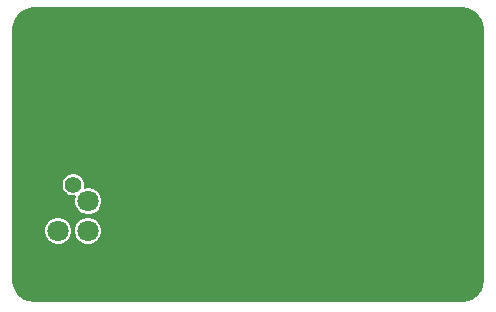
<source format=gbl>
G04*
G04 #@! TF.GenerationSoftware,Altium Limited,Altium Designer,24.1.2 (44)*
G04*
G04 Layer_Physical_Order=2*
G04 Layer_Color=16711680*
%FSLAX44Y44*%
%MOMM*%
G71*
G04*
G04 #@! TF.SameCoordinates,92EDBDDB-073E-4DD7-8E9B-4F7EAADC4A97*
G04*
G04*
G04 #@! TF.FilePolarity,Positive*
G04*
G01*
G75*
%ADD24C,1.4000*%
%ADD25C,1.8000*%
%ADD26R,1.6000X1.6000*%
%ADD27C,7.0000*%
%ADD28C,0.7000*%
G04:AMPARAMS|DCode=29|XSize=5mm|YSize=5mm|CornerRadius=1.25mm|HoleSize=0mm|Usage=FLASHONLY|Rotation=180.000|XOffset=0mm|YOffset=0mm|HoleType=Round|Shape=RoundedRectangle|*
%AMROUNDEDRECTD29*
21,1,5.0000,2.5000,0,0,180.0*
21,1,2.5000,5.0000,0,0,180.0*
1,1,2.5000,-1.2500,1.2500*
1,1,2.5000,1.2500,1.2500*
1,1,2.5000,1.2500,-1.2500*
1,1,2.5000,-1.2500,-1.2500*
%
%ADD29ROUNDEDRECTD29*%
G36*
X380000Y250000D02*
X381970Y250000D01*
X385834Y249231D01*
X389473Y247724D01*
X392749Y245535D01*
X395535Y242749D01*
X397724Y239473D01*
X399231Y235834D01*
X400000Y231970D01*
X400000Y230000D01*
X400000D01*
X400000Y230000D01*
X400000Y20000D01*
Y18030D01*
X399231Y14166D01*
X397724Y10526D01*
X395535Y7251D01*
X392749Y4465D01*
X389473Y2276D01*
X385834Y769D01*
X381970Y0D01*
X18030D01*
X14166Y769D01*
X10526Y2276D01*
X7251Y4465D01*
X4465Y7251D01*
X2276Y10526D01*
X769Y14166D01*
X0Y18030D01*
Y20000D01*
Y230000D01*
Y231970D01*
X769Y235834D01*
X2276Y239473D01*
X4465Y242749D01*
X7251Y245535D01*
X10526Y247724D01*
X14166Y249231D01*
X18030Y250000D01*
X20000D01*
X20000Y250000D01*
X380000Y250000D01*
D02*
G37*
%LPC*%
G36*
X53255Y108495D02*
X50885D01*
X48596Y107882D01*
X46544Y106697D01*
X44868Y105021D01*
X43683Y102969D01*
X43070Y100680D01*
Y98310D01*
X43683Y96021D01*
X44868Y93969D01*
X46544Y92293D01*
X48596Y91108D01*
X50885Y90495D01*
X53255D01*
X53685Y90610D01*
X54447Y89500D01*
X53770Y86973D01*
Y84077D01*
X54520Y81279D01*
X55968Y78771D01*
X58016Y76723D01*
X60524Y75275D01*
X63322Y74525D01*
X66218D01*
X69016Y75275D01*
X71524Y76723D01*
X73572Y78771D01*
X75020Y81279D01*
X75770Y84077D01*
Y86973D01*
X75020Y89771D01*
X73572Y92279D01*
X71524Y94327D01*
X69016Y95775D01*
X66218Y96525D01*
X63322D01*
X61797Y96116D01*
X60760Y97153D01*
X61070Y98310D01*
Y100680D01*
X60457Y102969D01*
X59272Y105021D01*
X57596Y106697D01*
X55544Y107882D01*
X53255Y108495D01*
D02*
G37*
G36*
X65818Y71525D02*
X62922D01*
X60124Y70775D01*
X57616Y69327D01*
X55568Y67279D01*
X54120Y64771D01*
X53370Y61973D01*
Y59077D01*
X54120Y56279D01*
X55568Y53771D01*
X57616Y51723D01*
X60124Y50275D01*
X62922Y49525D01*
X65818D01*
X68616Y50275D01*
X71124Y51723D01*
X73172Y53771D01*
X74620Y56279D01*
X75370Y59077D01*
Y61973D01*
X74620Y64771D01*
X73172Y67279D01*
X71124Y69327D01*
X68616Y70775D01*
X65818Y71525D01*
D02*
G37*
G36*
X40818D02*
X37922D01*
X35124Y70775D01*
X32616Y69327D01*
X30568Y67279D01*
X29120Y64771D01*
X28370Y61973D01*
Y59077D01*
X29120Y56279D01*
X30568Y53771D01*
X32616Y51723D01*
X35124Y50275D01*
X37922Y49525D01*
X40818D01*
X43616Y50275D01*
X46124Y51723D01*
X48172Y53771D01*
X49620Y56279D01*
X50370Y59077D01*
Y61973D01*
X49620Y64771D01*
X48172Y67279D01*
X46124Y69327D01*
X43616Y70775D01*
X40818Y71525D01*
D02*
G37*
%LPD*%
D24*
X52070Y99495D02*
D03*
D25*
X64770Y85525D02*
D03*
X64370Y60525D02*
D03*
X39370D02*
D03*
D26*
Y85525D02*
D03*
D27*
X50800Y196850D02*
D03*
D28*
X76200Y35560D02*
D03*
X17780Y118110D02*
D03*
X224790Y43180D02*
D03*
X360000Y180000D02*
D03*
X390000Y120000D02*
D03*
X300000Y180000D02*
D03*
X330000Y120000D02*
D03*
X300000Y60000D02*
D03*
X240000Y180000D02*
D03*
X270000Y120000D02*
D03*
X240000Y60000D02*
D03*
X150000Y120000D02*
D03*
X50800Y224350D02*
D03*
X70800Y216850D02*
D03*
X78300Y196850D02*
D03*
X70800Y176850D02*
D03*
X50800Y169350D02*
D03*
X30800Y176850D02*
D03*
X23300Y196850D02*
D03*
X30800Y216850D02*
D03*
D29*
X198120Y26016D02*
D03*
M02*

</source>
